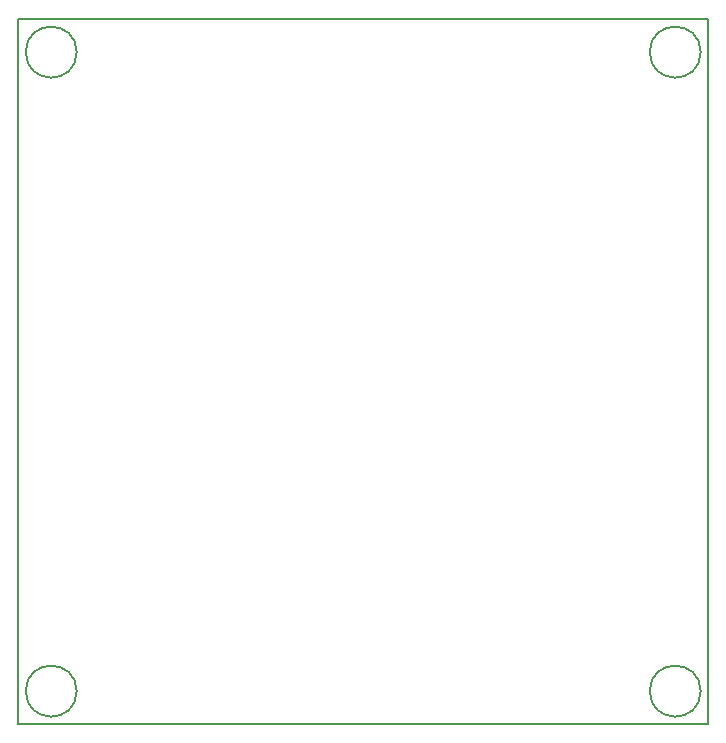
<source format=gbr>
G04 #@! TF.GenerationSoftware,KiCad,Pcbnew,(5.0.0)*
G04 #@! TF.CreationDate,2019-01-26T22:59:54-06:00*
G04 #@! TF.ProjectId,BPSVoltage,425053566F6C746167652E6B69636164,rev?*
G04 #@! TF.SameCoordinates,Original*
G04 #@! TF.FileFunction,Profile,NP*
%FSLAX46Y46*%
G04 Gerber Fmt 4.6, Leading zero omitted, Abs format (unit mm)*
G04 Created by KiCad (PCBNEW (5.0.0)) date 01/26/19 22:59:54*
%MOMM*%
%LPD*%
G01*
G04 APERTURE LIST*
%ADD10C,0.150000*%
%ADD11C,0.200000*%
G04 APERTURE END LIST*
D10*
X226060000Y-78740000D02*
X167640000Y-78740000D01*
X226060000Y-19050000D02*
X167640000Y-19050000D01*
D11*
X226060000Y-78740000D02*
X226060000Y-19050000D01*
D10*
X167640000Y-78740000D02*
X167640000Y-19050000D01*
X225425000Y-21844000D02*
G75*
G03X225425000Y-21844000I-2159000J0D01*
G01*
X225425000Y-75946000D02*
G75*
G03X225425000Y-75946000I-2159000J0D01*
G01*
X172593000Y-75946000D02*
G75*
G03X172593000Y-75946000I-2159000J0D01*
G01*
X172593000Y-21844000D02*
G75*
G03X172593000Y-21844000I-2159000J0D01*
G01*
M02*

</source>
